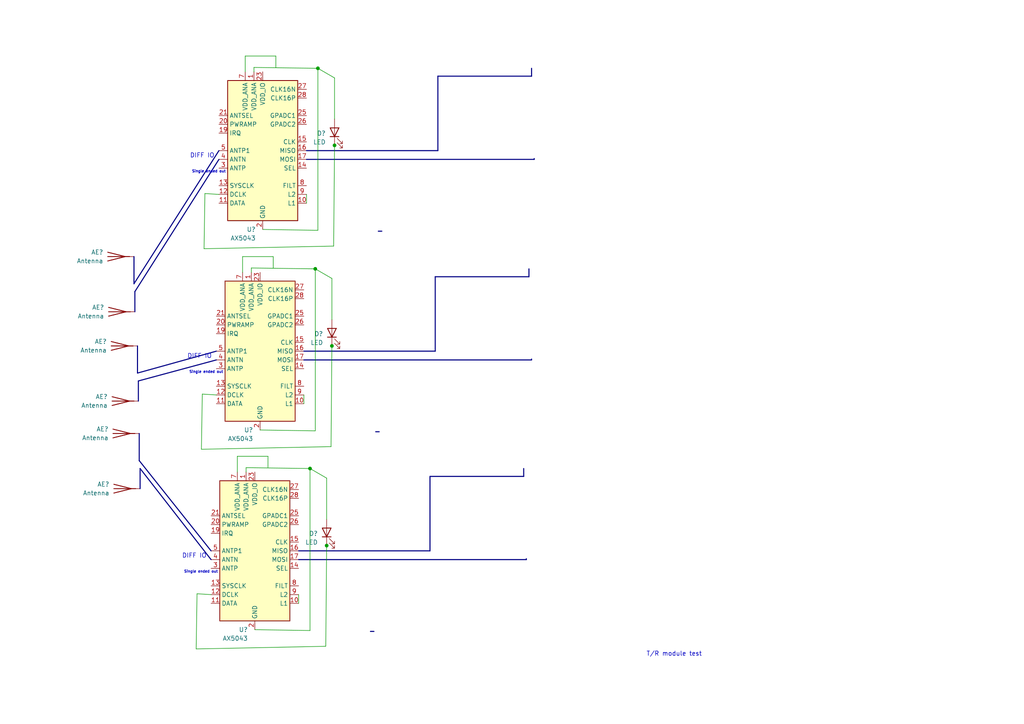
<source format=kicad_sch>
(kicad_sch (version 20211123) (generator eeschema)
  (paper "A4")
  (lib_symbols
    (symbol "Device:Antenna" (pin_numbers hide) (pin_names (offset 1.016) hide)
      (property "Reference" "AE" (at -1.905 1.905 0))
      (property "Value" "Antenna" (at -1.905 0 0))
      (symbol "Antenna_0_1"
        (polyline (pts (xy 0 2.54) (xy 0 -3.81)) (stroke (width 0.254)))
        (polyline (pts (xy 1.27 2.54) (xy 0 -2.54) (xy -1.27 2.54)) (stroke (width 0.254)))
      )
      (symbol "Antenna_1_1"
        (pin input line (at 0 -5.08 90) (length 2.54) (name "A") (number "1"))
      )
    )
    (symbol "Device:LED" (pin_numbers hide) (pin_names (offset 1.016) hide)
      (property "Reference" "D" (at 0 2.54 0))
      (property "Value" "LED" (at 0 -2.54 0))
      (symbol "LED_0_1"
        (polyline (pts (xy -1.27 -1.27) (xy -1.27 1.27)) (stroke (width 0.254)))
        (polyline (pts (xy -1.27 0) (xy 1.27 0)))
        (polyline (pts (xy 1.27 -1.27) (xy 1.27 1.27) (xy -1.27 0) (xy 1.27 -1.27)) (stroke (width 0.254)))
        (polyline (pts (xy -3.048 -0.762) (xy -4.572 -2.286) (xy -3.81 -2.286) (xy -4.572 -2.286) (xy -4.572 -1.524)))
        (polyline (pts (xy -1.778 -0.762) (xy -3.302 -2.286) (xy -2.54 -2.286) (xy -3.302 -2.286) (xy -3.302 -1.524)))
      )
      (symbol "LED_1_1"
        (pin passive line (at -3.81 0 0) (length 2.54) (name "K") (number "1"))
        (pin passive line (at 3.81 0 180) (length 2.54) (name "A") (number "2"))
      )
    )
    (symbol "RF:AX5043"
      (property "Reference" "U" (at -8.89 21.59 0))
      (property "Value" "AX5043" (at 8.89 21.59 0))
      (symbol "AX5043_1_0"
        (rectangle (start -10.16 -20.32) (end 10.16 20.32) (stroke (width 0.254)) (fill (type background)))
      )
      (symbol "AX5043_1_1"
        (pin power_out line (at 2.54 22.86 270) (length 2.54) (name "VDD_ANA") (number "1"))
        (pin passive line (at -12.7 -15.24 0) (length 2.54) (name "L1") (number "10"))
        (pin bidirectional line (at 12.7 -15.24 180) (length 2.54) (name "DATA") (number "11"))
        (pin bidirectional line (at 12.7 -12.7 180) (length 2.54) (name "DCLK") (number "12"))
        (pin bidirectional line (at 12.7 -10.16 180) (length 2.54) (name "SYSCLK") (number "13"))
        (pin input line (at -12.7 -5.08 0) (length 2.54) (name "SEL") (number "14"))
        (pin input line (at -12.7 2.54 0) (length 2.54) (name "CLK") (number "15"))
        (pin output line (at -12.7 0 0) (length 2.54) (name "MISO") (number "16"))
        (pin input line (at -12.7 -2.54 0) (length 2.54) (name "MOSI") (number "17"))
        (pin no_connect line (at -2.54 -20.32 90) (length 2.54) hide (name "NC") (number "18"))
        (pin output line (at 12.7 5.08 180) (length 2.54) (name "IRQ") (number "19"))
        (pin power_in line (at 0 -22.86 90) (length 2.54) (name "GND") (number "2"))
        (pin bidirectional line (at 12.7 7.62 180) (length 2.54) (name "PWRAMP") (number "20"))
        (pin bidirectional line (at 12.7 10.16 180) (length 2.54) (name "ANTSEL") (number "21"))
        (pin no_connect line (at 2.54 -20.32 90) (length 2.54) hide (name "NC") (number "22"))
        (pin power_in line (at 0 22.86 270) (length 2.54) (name "VDD_IO") (number "23"))
        (pin no_connect line (at -5.08 -20.32 90) (length 2.54) hide (name "NC") (number "24"))
        (pin input line (at -12.7 10.16 0) (length 2.54) (name "GPADC1") (number "25"))
        (pin input line (at -12.7 7.62 0) (length 2.54) (name "GPADC2") (number "26"))
        (pin input line (at -12.7 17.78 0) (length 2.54) (name "CLK16N") (number "27"))
        (pin input line (at -12.7 15.24 0) (length 2.54) (name "CLK16P") (number "28"))
        (pin passive line (at 0 -22.86 90) (length 2.54) hide (name "GND") (number "29"))
        (pin bidirectional line (at 12.7 -5.08 180) (length 2.54) (name "ANTP") (number "3"))
        (pin bidirectional line (at 12.7 -2.54 180) (length 2.54) (name "ANTN") (number "4"))
        (pin output line (at 12.7 0 180) (length 2.54) (name "ANTP1") (number "5"))
        (pin passive line (at 0 -22.86 90) (length 2.54) hide (name "GND") (number "6"))
        (pin power_out line (at 5.08 22.86 270) (length 2.54) (name "VDD_ANA") (number "7"))
        (pin input line (at -12.7 -10.16 0) (length 2.54) (name "FILT") (number "8"))
        (pin passive line (at -12.7 -12.7 0) (length 2.54) (name "L2") (number "9"))
      )
    )
  )
  (junction (at 92.202 19.812))
  (junction (at 89.916 135.89))
  (junction (at 91.44 77.978))
  (junction (at 96.266 100.33))
  (junction (at 97.028 42.164))
  (junction (at 94.742 158.242))
  (wire (pts (xy 94.742 158.242) (xy 94.488 187.452)))
  (wire (pts (xy 86.614 172.466) (xy 86.614 175.006)))
  (wire (pts (xy 80.01 19.558) (xy 80.01 16.256)))
  (wire (pts (xy 89.916 135.89) (xy 94.742 138.684)))
  (bus (pts (xy 39.878 108.204) (xy 39.878 100.33)))
  (wire (pts (xy 59.436 56.134) (xy 59.182 72.136)))
  (bus (pts (xy 63.5 46.228) (xy 39.116 84.582)))
  (bus (pts (xy 152.654 162.306) (xy 152.654 162.052)))
  (bus (pts (xy 110.744 67.056) (xy 109.728 67.056)))
  (wire (pts (xy 88.138 114.554) (xy 88.138 117.094)))
  (bus (pts (xy 154.178 22.098) (xy 154.178 19.812)))
  (bus (pts (xy 124.714 138.176) (xy 151.892 138.176)))
  (wire (pts (xy 97.028 41.91) (xy 97.028 42.164)))
  (wire (pts (xy 92.202 19.812) (xy 73.66 19.558)))
  (bus (pts (xy 88.138 101.854) (xy 126.238 101.854)))
  (bus (pts (xy 61.214 162.306) (xy 40.64 135.89)))
  (wire (pts (xy 59.182 72.136) (xy 96.774 71.374)))
  (bus (pts (xy 154.94 46.228) (xy 154.94 45.974)))
  (wire (pts (xy 80.01 16.256) (xy 71.12 16.256)))
  (bus (pts (xy 86.614 159.766) (xy 124.714 159.766)))
  (wire (pts (xy 72.898 77.724) (xy 72.898 78.994)))
  (wire (pts (xy 94.742 138.684) (xy 94.742 150.622)))
  (bus (pts (xy 126.238 101.854) (xy 126.238 80.264)))
  (wire (pts (xy 62.738 114.554) (xy 58.674 114.3)))
  (wire (pts (xy 92.202 19.812) (xy 97.028 22.606)))
  (wire (pts (xy 89.916 135.89) (xy 71.374 135.636)))
  (bus (pts (xy 126.238 80.264) (xy 153.416 80.264)))
  (wire (pts (xy 92.202 66.802) (xy 92.202 19.812)))
  (bus (pts (xy 153.416 80.264) (xy 153.416 77.978)))
  (wire (pts (xy 91.44 77.978) (xy 72.898 77.724)))
  (wire (pts (xy 63.5 56.388) (xy 59.436 56.134)))
  (bus (pts (xy 127 43.688) (xy 127 22.098)))
  (wire (pts (xy 73.914 182.626) (xy 89.916 182.88)))
  (bus (pts (xy 108.458 183.134) (xy 107.442 183.134)))
  (bus (pts (xy 88.138 104.394) (xy 154.178 104.394)))
  (wire (pts (xy 91.44 77.978) (xy 96.266 80.772)))
  (bus (pts (xy 40.386 133.604) (xy 40.386 125.73)))
  (bus (pts (xy 88.9 43.688) (xy 127 43.688)))
  (wire (pts (xy 57.15 172.212) (xy 56.896 188.214)))
  (wire (pts (xy 61.214 172.466) (xy 57.15 172.212)))
  (wire (pts (xy 89.916 182.88) (xy 89.916 135.89)))
  (wire (pts (xy 71.374 135.636) (xy 71.374 136.906)))
  (bus (pts (xy 88.9 46.228) (xy 154.94 46.228)))
  (wire (pts (xy 70.358 74.422) (xy 70.358 78.994)))
  (wire (pts (xy 77.724 132.334) (xy 68.834 132.334)))
  (bus (pts (xy 86.614 162.306) (xy 152.654 162.306)))
  (bus (pts (xy 154.178 104.394) (xy 154.178 104.14)))
  (bus (pts (xy 62.738 104.394) (xy 40.132 110.49)))
  (wire (pts (xy 58.42 130.302) (xy 96.012 129.54)))
  (wire (pts (xy 94.742 157.988) (xy 94.742 158.242)))
  (wire (pts (xy 96.266 80.772) (xy 96.266 92.71)))
  (wire (pts (xy 79.248 74.422) (xy 70.358 74.422)))
  (wire (pts (xy 91.44 124.968) (xy 91.44 77.978)))
  (bus (pts (xy 40.64 135.89) (xy 40.64 141.732)))
  (wire (pts (xy 96.266 100.076) (xy 96.266 100.33)))
  (wire (pts (xy 97.028 22.606) (xy 97.028 34.544)))
  (wire (pts (xy 71.12 16.256) (xy 71.12 20.828)))
  (bus (pts (xy 124.714 159.766) (xy 124.714 138.176)))
  (wire (pts (xy 73.66 19.558) (xy 73.66 20.828)))
  (wire (pts (xy 96.266 100.33) (xy 96.012 129.54)))
  (wire (pts (xy 68.834 132.334) (xy 68.834 136.906)))
  (wire (pts (xy 75.438 124.714) (xy 91.44 124.968)))
  (wire (pts (xy 97.028 42.164) (xy 96.774 71.374)))
  (wire (pts (xy 58.674 114.3) (xy 58.42 130.302)))
  (wire (pts (xy 77.724 135.636) (xy 77.724 132.334)))
  (bus (pts (xy 61.214 159.766) (xy 40.386 133.604)))
  (bus (pts (xy 62.738 101.854) (xy 39.878 108.204)))
  (bus (pts (xy 40.132 110.49) (xy 40.132 116.332)))
  (bus (pts (xy 151.892 138.176) (xy 151.892 135.89)))
  (bus (pts (xy 38.862 82.296) (xy 38.862 74.422)))
  (bus (pts (xy 109.982 125.222) (xy 108.966 125.222)))
  (wire (pts (xy 88.9 56.388) (xy 88.9 58.928)))
  (bus (pts (xy 63.5 43.688) (xy 38.862 82.296)))
  (bus (pts (xy 39.116 84.582) (xy 39.116 90.424)))
  (wire (pts (xy 76.2 66.548) (xy 92.202 66.802)))
  (wire (pts (xy 56.896 188.214) (xy 94.488 187.452)))
  (wire (pts (xy 79.248 77.724) (xy 79.248 74.422)))
  (bus (pts (xy 127 22.098) (xy 154.178 22.098)))
  (text "Single ended out" (at 65.532 50.292 180) (effects (font (size 0.75 0.75)) (justify right bottom)))
  (text "Single ended out" (at 63.246 166.37 180) (effects (font (size 0.75 0.75)) (justify right bottom)))
  (text "Single ended out" (at 64.77 108.458 180) (effects (font (size 0.75 0.75)) (justify right bottom)))
  (text "T/R module test\n" (at 187.452 190.5 0) (effects (font (size 1.27 1.27)) (justify left bottom)))
  (text "DIFF IO" (at 61.468 104.14 180) (effects (font (size 1.27 1.27)) (justify right bottom)))
  (text "DIFF IO" (at 62.23 45.974 180) (effects (font (size 1.27 1.27)) (justify right bottom)))
  (text "DIFF IO" (at 59.944 162.052 180) (effects (font (size 1.27 1.27)) (justify right bottom)))
  (symbol (lib_id "Device:LED") (at 96.266 96.52 90) (unit 1)
    (property "Reference" "D?" (at 93.726 96.8374 90) (effects (justify left)))
    (property "Value" "LED" (at 93.726 99.3774 90) (effects (justify left)))
  )
  (symbol (lib_id "Device:Antenna") (at 35.56 141.732 90) (mirror x) (unit 1)
    (property "Reference" "AE?" (at 31.75 140.4619 90) (effects (justify left)))
    (property "Value" "Antenna" (at 31.75 143.0019 90) (effects (justify left)))
  )
  (symbol (lib_id "RF:AX5043") (at 73.914 159.766 0) (mirror y) (unit 1)
    (property "Reference" "U?" (at 71.8946 182.626 0) (effects (justify left)))
    (property "Value" "AX5043" (at 71.8946 185.166 0) (effects (justify left)))
    (property "Footprint" "Package_DFN_QFN:QFN-28-1EP_5x5mm_P0.5mm_EP3.35x3.35mm" (effects hide))
    (property "Datasheet" "https://www.onsemi.com/pub/Collateral/AX5043-D.PDF" (effects hide))
  )
  (symbol (lib_id "Device:LED") (at 97.028 38.354 90) (unit 1)
    (property "Reference" "D?" (at 94.488 38.6714 90) (effects (justify left)))
    (property "Value" "LED" (at 94.488 41.2114 90) (effects (justify left)))
  )
  (symbol (lib_id "Device:Antenna") (at 35.052 116.332 90) (mirror x) (unit 1)
    (property "Reference" "AE?" (at 31.242 115.0619 90) (effects (justify left)))
    (property "Value" "Antenna" (at 31.242 117.6019 90) (effects (justify left)))
  )
  (symbol (lib_id "Device:Antenna") (at 35.306 125.73 90) (mirror x) (unit 1)
    (property "Reference" "AE?" (at 31.496 124.4599 90) (effects (justify left)))
    (property "Value" "Antenna" (at 31.496 126.9999 90) (effects (justify left)))
  )
  (symbol (lib_id "RF:AX5043") (at 75.438 101.854 0) (mirror y) (unit 1)
    (property "Reference" "U?" (at 73.4186 124.714 0) (effects (justify left)))
    (property "Value" "AX5043" (at 73.4186 127.254 0) (effects (justify left)))
    (property "Footprint" "Package_DFN_QFN:QFN-28-1EP_5x5mm_P0.5mm_EP3.35x3.35mm" (effects hide))
    (property "Datasheet" "https://www.onsemi.com/pub/Collateral/AX5043-D.PDF" (effects hide))
  )
  (symbol (lib_id "Device:Antenna") (at 33.782 74.422 90) (mirror x) (unit 1)
    (property "Reference" "AE?" (at 29.972 73.1519 90) (effects (justify left)))
    (property "Value" "Antenna" (at 29.972 75.6919 90) (effects (justify left)))
  )
  (symbol (lib_id "Device:Antenna") (at 34.036 90.424 90) (mirror x) (unit 1)
    (property "Reference" "AE?" (at 30.226 89.1539 90) (effects (justify left)))
    (property "Value" "Antenna" (at 30.226 91.6939 90) (effects (justify left)))
  )
  (symbol (lib_id "RF:AX5043") (at 76.2 43.688 0) (mirror y) (unit 1)
    (property "Reference" "U?" (at 74.1806 66.548 0) (effects (justify left)))
    (property "Value" "AX5043" (at 74.1806 69.088 0) (effects (justify left)))
    (property "Footprint" "Package_DFN_QFN:QFN-28-1EP_5x5mm_P0.5mm_EP3.35x3.35mm" (effects hide))
    (property "Datasheet" "https://www.onsemi.com/pub/Collateral/AX5043-D.PDF" (effects hide))
  )
  (symbol (lib_id "Device:Antenna") (at 34.798 100.33 90) (mirror x) (unit 1)
    (property "Reference" "AE?" (at 30.988 99.0599 90) (effects (justify left)))
    (property "Value" "Antenna" (at 30.988 101.5999 90) (effects (justify left)))
  )
  (symbol (lib_id "Device:LED") (at 94.742 154.432 90) (unit 1)
    (property "Reference" "D?" (at 92.202 154.7494 90) (effects (justify left)))
    (property "Value" "LED" (at 92.202 157.2894 90) (effects (justify left)))
  )
)
</source>
